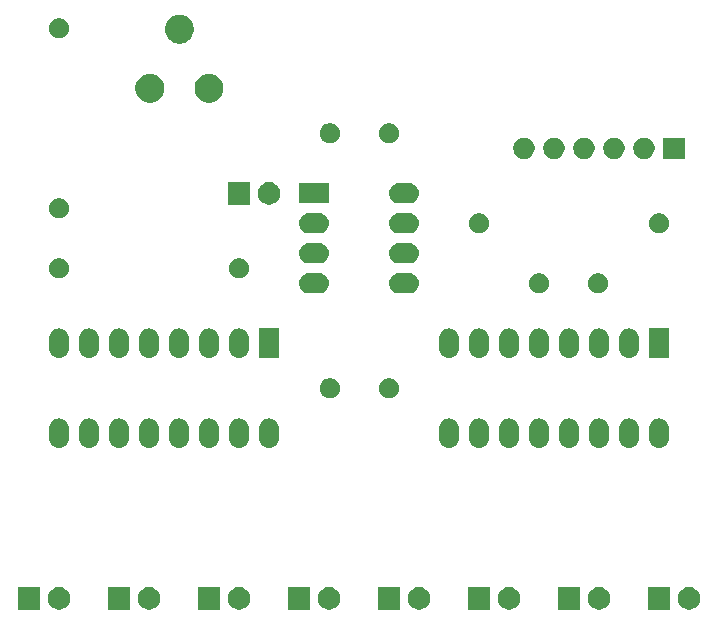
<source format=gbr>
G04 #@! TF.GenerationSoftware,KiCad,Pcbnew,5.1.5*
G04 #@! TF.CreationDate,2020-06-01T19:40:44-04:00*
G04 #@! TF.ProjectId,circuit,63697263-7569-4742-9e6b-696361645f70,rev?*
G04 #@! TF.SameCoordinates,Original*
G04 #@! TF.FileFunction,Soldermask,Bot*
G04 #@! TF.FilePolarity,Negative*
%FSLAX46Y46*%
G04 Gerber Fmt 4.6, Leading zero omitted, Abs format (unit mm)*
G04 Created by KiCad (PCBNEW 5.1.5) date 2020-06-01 19:40:44*
%MOMM*%
%LPD*%
G04 APERTURE LIST*
%ADD10C,0.100000*%
G04 APERTURE END LIST*
D10*
G36*
X143787395Y-117195546D02*
G01*
X143960466Y-117267234D01*
X143960467Y-117267235D01*
X144116227Y-117371310D01*
X144248690Y-117503773D01*
X144248691Y-117503775D01*
X144352766Y-117659534D01*
X144424454Y-117832605D01*
X144461000Y-118016333D01*
X144461000Y-118203667D01*
X144424454Y-118387395D01*
X144352766Y-118560466D01*
X144352765Y-118560467D01*
X144248690Y-118716227D01*
X144116227Y-118848690D01*
X144037818Y-118901081D01*
X143960466Y-118952766D01*
X143787395Y-119024454D01*
X143603667Y-119061000D01*
X143416333Y-119061000D01*
X143232605Y-119024454D01*
X143059534Y-118952766D01*
X142982182Y-118901081D01*
X142903773Y-118848690D01*
X142771310Y-118716227D01*
X142667235Y-118560467D01*
X142667234Y-118560466D01*
X142595546Y-118387395D01*
X142559000Y-118203667D01*
X142559000Y-118016333D01*
X142595546Y-117832605D01*
X142667234Y-117659534D01*
X142771309Y-117503775D01*
X142771310Y-117503773D01*
X142903773Y-117371310D01*
X143059533Y-117267235D01*
X143059534Y-117267234D01*
X143232605Y-117195546D01*
X143416333Y-117159000D01*
X143603667Y-117159000D01*
X143787395Y-117195546D01*
G37*
G36*
X113307395Y-117195546D02*
G01*
X113480466Y-117267234D01*
X113480467Y-117267235D01*
X113636227Y-117371310D01*
X113768690Y-117503773D01*
X113768691Y-117503775D01*
X113872766Y-117659534D01*
X113944454Y-117832605D01*
X113981000Y-118016333D01*
X113981000Y-118203667D01*
X113944454Y-118387395D01*
X113872766Y-118560466D01*
X113872765Y-118560467D01*
X113768690Y-118716227D01*
X113636227Y-118848690D01*
X113557818Y-118901081D01*
X113480466Y-118952766D01*
X113307395Y-119024454D01*
X113123667Y-119061000D01*
X112936333Y-119061000D01*
X112752605Y-119024454D01*
X112579534Y-118952766D01*
X112502182Y-118901081D01*
X112423773Y-118848690D01*
X112291310Y-118716227D01*
X112187235Y-118560467D01*
X112187234Y-118560466D01*
X112115546Y-118387395D01*
X112079000Y-118203667D01*
X112079000Y-118016333D01*
X112115546Y-117832605D01*
X112187234Y-117659534D01*
X112291309Y-117503775D01*
X112291310Y-117503773D01*
X112423773Y-117371310D01*
X112579533Y-117267235D01*
X112579534Y-117267234D01*
X112752605Y-117195546D01*
X112936333Y-117159000D01*
X113123667Y-117159000D01*
X113307395Y-117195546D01*
G37*
G36*
X88581000Y-119061000D02*
G01*
X86679000Y-119061000D01*
X86679000Y-117159000D01*
X88581000Y-117159000D01*
X88581000Y-119061000D01*
G37*
G36*
X90447395Y-117195546D02*
G01*
X90620466Y-117267234D01*
X90620467Y-117267235D01*
X90776227Y-117371310D01*
X90908690Y-117503773D01*
X90908691Y-117503775D01*
X91012766Y-117659534D01*
X91084454Y-117832605D01*
X91121000Y-118016333D01*
X91121000Y-118203667D01*
X91084454Y-118387395D01*
X91012766Y-118560466D01*
X91012765Y-118560467D01*
X90908690Y-118716227D01*
X90776227Y-118848690D01*
X90697818Y-118901081D01*
X90620466Y-118952766D01*
X90447395Y-119024454D01*
X90263667Y-119061000D01*
X90076333Y-119061000D01*
X89892605Y-119024454D01*
X89719534Y-118952766D01*
X89642182Y-118901081D01*
X89563773Y-118848690D01*
X89431310Y-118716227D01*
X89327235Y-118560467D01*
X89327234Y-118560466D01*
X89255546Y-118387395D01*
X89219000Y-118203667D01*
X89219000Y-118016333D01*
X89255546Y-117832605D01*
X89327234Y-117659534D01*
X89431309Y-117503775D01*
X89431310Y-117503773D01*
X89563773Y-117371310D01*
X89719533Y-117267235D01*
X89719534Y-117267234D01*
X89892605Y-117195546D01*
X90076333Y-117159000D01*
X90263667Y-117159000D01*
X90447395Y-117195546D01*
G37*
G36*
X98067395Y-117195546D02*
G01*
X98240466Y-117267234D01*
X98240467Y-117267235D01*
X98396227Y-117371310D01*
X98528690Y-117503773D01*
X98528691Y-117503775D01*
X98632766Y-117659534D01*
X98704454Y-117832605D01*
X98741000Y-118016333D01*
X98741000Y-118203667D01*
X98704454Y-118387395D01*
X98632766Y-118560466D01*
X98632765Y-118560467D01*
X98528690Y-118716227D01*
X98396227Y-118848690D01*
X98317818Y-118901081D01*
X98240466Y-118952766D01*
X98067395Y-119024454D01*
X97883667Y-119061000D01*
X97696333Y-119061000D01*
X97512605Y-119024454D01*
X97339534Y-118952766D01*
X97262182Y-118901081D01*
X97183773Y-118848690D01*
X97051310Y-118716227D01*
X96947235Y-118560467D01*
X96947234Y-118560466D01*
X96875546Y-118387395D01*
X96839000Y-118203667D01*
X96839000Y-118016333D01*
X96875546Y-117832605D01*
X96947234Y-117659534D01*
X97051309Y-117503775D01*
X97051310Y-117503773D01*
X97183773Y-117371310D01*
X97339533Y-117267235D01*
X97339534Y-117267234D01*
X97512605Y-117195546D01*
X97696333Y-117159000D01*
X97883667Y-117159000D01*
X98067395Y-117195546D01*
G37*
G36*
X96201000Y-119061000D02*
G01*
X94299000Y-119061000D01*
X94299000Y-117159000D01*
X96201000Y-117159000D01*
X96201000Y-119061000D01*
G37*
G36*
X105687395Y-117195546D02*
G01*
X105860466Y-117267234D01*
X105860467Y-117267235D01*
X106016227Y-117371310D01*
X106148690Y-117503773D01*
X106148691Y-117503775D01*
X106252766Y-117659534D01*
X106324454Y-117832605D01*
X106361000Y-118016333D01*
X106361000Y-118203667D01*
X106324454Y-118387395D01*
X106252766Y-118560466D01*
X106252765Y-118560467D01*
X106148690Y-118716227D01*
X106016227Y-118848690D01*
X105937818Y-118901081D01*
X105860466Y-118952766D01*
X105687395Y-119024454D01*
X105503667Y-119061000D01*
X105316333Y-119061000D01*
X105132605Y-119024454D01*
X104959534Y-118952766D01*
X104882182Y-118901081D01*
X104803773Y-118848690D01*
X104671310Y-118716227D01*
X104567235Y-118560467D01*
X104567234Y-118560466D01*
X104495546Y-118387395D01*
X104459000Y-118203667D01*
X104459000Y-118016333D01*
X104495546Y-117832605D01*
X104567234Y-117659534D01*
X104671309Y-117503775D01*
X104671310Y-117503773D01*
X104803773Y-117371310D01*
X104959533Y-117267235D01*
X104959534Y-117267234D01*
X105132605Y-117195546D01*
X105316333Y-117159000D01*
X105503667Y-117159000D01*
X105687395Y-117195546D01*
G37*
G36*
X103821000Y-119061000D02*
G01*
X101919000Y-119061000D01*
X101919000Y-117159000D01*
X103821000Y-117159000D01*
X103821000Y-119061000D01*
G37*
G36*
X111441000Y-119061000D02*
G01*
X109539000Y-119061000D01*
X109539000Y-117159000D01*
X111441000Y-117159000D01*
X111441000Y-119061000D01*
G37*
G36*
X119061000Y-119061000D02*
G01*
X117159000Y-119061000D01*
X117159000Y-117159000D01*
X119061000Y-117159000D01*
X119061000Y-119061000D01*
G37*
G36*
X120927395Y-117195546D02*
G01*
X121100466Y-117267234D01*
X121100467Y-117267235D01*
X121256227Y-117371310D01*
X121388690Y-117503773D01*
X121388691Y-117503775D01*
X121492766Y-117659534D01*
X121564454Y-117832605D01*
X121601000Y-118016333D01*
X121601000Y-118203667D01*
X121564454Y-118387395D01*
X121492766Y-118560466D01*
X121492765Y-118560467D01*
X121388690Y-118716227D01*
X121256227Y-118848690D01*
X121177818Y-118901081D01*
X121100466Y-118952766D01*
X120927395Y-119024454D01*
X120743667Y-119061000D01*
X120556333Y-119061000D01*
X120372605Y-119024454D01*
X120199534Y-118952766D01*
X120122182Y-118901081D01*
X120043773Y-118848690D01*
X119911310Y-118716227D01*
X119807235Y-118560467D01*
X119807234Y-118560466D01*
X119735546Y-118387395D01*
X119699000Y-118203667D01*
X119699000Y-118016333D01*
X119735546Y-117832605D01*
X119807234Y-117659534D01*
X119911309Y-117503775D01*
X119911310Y-117503773D01*
X120043773Y-117371310D01*
X120199533Y-117267235D01*
X120199534Y-117267234D01*
X120372605Y-117195546D01*
X120556333Y-117159000D01*
X120743667Y-117159000D01*
X120927395Y-117195546D01*
G37*
G36*
X128547395Y-117195546D02*
G01*
X128720466Y-117267234D01*
X128720467Y-117267235D01*
X128876227Y-117371310D01*
X129008690Y-117503773D01*
X129008691Y-117503775D01*
X129112766Y-117659534D01*
X129184454Y-117832605D01*
X129221000Y-118016333D01*
X129221000Y-118203667D01*
X129184454Y-118387395D01*
X129112766Y-118560466D01*
X129112765Y-118560467D01*
X129008690Y-118716227D01*
X128876227Y-118848690D01*
X128797818Y-118901081D01*
X128720466Y-118952766D01*
X128547395Y-119024454D01*
X128363667Y-119061000D01*
X128176333Y-119061000D01*
X127992605Y-119024454D01*
X127819534Y-118952766D01*
X127742182Y-118901081D01*
X127663773Y-118848690D01*
X127531310Y-118716227D01*
X127427235Y-118560467D01*
X127427234Y-118560466D01*
X127355546Y-118387395D01*
X127319000Y-118203667D01*
X127319000Y-118016333D01*
X127355546Y-117832605D01*
X127427234Y-117659534D01*
X127531309Y-117503775D01*
X127531310Y-117503773D01*
X127663773Y-117371310D01*
X127819533Y-117267235D01*
X127819534Y-117267234D01*
X127992605Y-117195546D01*
X128176333Y-117159000D01*
X128363667Y-117159000D01*
X128547395Y-117195546D01*
G37*
G36*
X126681000Y-119061000D02*
G01*
X124779000Y-119061000D01*
X124779000Y-117159000D01*
X126681000Y-117159000D01*
X126681000Y-119061000D01*
G37*
G36*
X136167395Y-117195546D02*
G01*
X136340466Y-117267234D01*
X136340467Y-117267235D01*
X136496227Y-117371310D01*
X136628690Y-117503773D01*
X136628691Y-117503775D01*
X136732766Y-117659534D01*
X136804454Y-117832605D01*
X136841000Y-118016333D01*
X136841000Y-118203667D01*
X136804454Y-118387395D01*
X136732766Y-118560466D01*
X136732765Y-118560467D01*
X136628690Y-118716227D01*
X136496227Y-118848690D01*
X136417818Y-118901081D01*
X136340466Y-118952766D01*
X136167395Y-119024454D01*
X135983667Y-119061000D01*
X135796333Y-119061000D01*
X135612605Y-119024454D01*
X135439534Y-118952766D01*
X135362182Y-118901081D01*
X135283773Y-118848690D01*
X135151310Y-118716227D01*
X135047235Y-118560467D01*
X135047234Y-118560466D01*
X134975546Y-118387395D01*
X134939000Y-118203667D01*
X134939000Y-118016333D01*
X134975546Y-117832605D01*
X135047234Y-117659534D01*
X135151309Y-117503775D01*
X135151310Y-117503773D01*
X135283773Y-117371310D01*
X135439533Y-117267235D01*
X135439534Y-117267234D01*
X135612605Y-117195546D01*
X135796333Y-117159000D01*
X135983667Y-117159000D01*
X136167395Y-117195546D01*
G37*
G36*
X134301000Y-119061000D02*
G01*
X132399000Y-119061000D01*
X132399000Y-117159000D01*
X134301000Y-117159000D01*
X134301000Y-119061000D01*
G37*
G36*
X141921000Y-119061000D02*
G01*
X140019000Y-119061000D01*
X140019000Y-117159000D01*
X141921000Y-117159000D01*
X141921000Y-119061000D01*
G37*
G36*
X105576823Y-102901313D02*
G01*
X105737242Y-102949976D01*
X105869906Y-103020886D01*
X105885078Y-103028996D01*
X106014659Y-103135341D01*
X106121004Y-103264922D01*
X106121005Y-103264924D01*
X106200024Y-103412758D01*
X106248687Y-103573178D01*
X106261000Y-103698197D01*
X106261000Y-104581804D01*
X106248687Y-104706823D01*
X106200024Y-104867242D01*
X106129114Y-104999906D01*
X106121004Y-105015078D01*
X106014659Y-105144659D01*
X105885077Y-105251005D01*
X105737241Y-105330024D01*
X105576822Y-105378687D01*
X105410000Y-105395117D01*
X105243177Y-105378687D01*
X105082758Y-105330024D01*
X104934924Y-105251005D01*
X104934922Y-105251004D01*
X104805341Y-105144659D01*
X104698995Y-105015077D01*
X104619976Y-104867241D01*
X104571313Y-104706822D01*
X104559000Y-104581803D01*
X104559000Y-103698197D01*
X104571314Y-103573177D01*
X104619977Y-103412758D01*
X104698996Y-103264924D01*
X104698997Y-103264922D01*
X104805342Y-103135341D01*
X104934923Y-103028996D01*
X104950095Y-103020886D01*
X105082759Y-102949976D01*
X105243178Y-102901313D01*
X105410000Y-102884883D01*
X105576823Y-102901313D01*
G37*
G36*
X141136823Y-102901313D02*
G01*
X141297242Y-102949976D01*
X141429906Y-103020886D01*
X141445078Y-103028996D01*
X141574659Y-103135341D01*
X141681004Y-103264922D01*
X141681005Y-103264924D01*
X141760024Y-103412758D01*
X141808687Y-103573178D01*
X141821000Y-103698197D01*
X141821000Y-104581804D01*
X141808687Y-104706823D01*
X141760024Y-104867242D01*
X141689114Y-104999906D01*
X141681004Y-105015078D01*
X141574659Y-105144659D01*
X141445077Y-105251005D01*
X141297241Y-105330024D01*
X141136822Y-105378687D01*
X140970000Y-105395117D01*
X140803177Y-105378687D01*
X140642758Y-105330024D01*
X140494924Y-105251005D01*
X140494922Y-105251004D01*
X140365341Y-105144659D01*
X140258995Y-105015077D01*
X140179976Y-104867241D01*
X140131313Y-104706822D01*
X140119000Y-104581803D01*
X140119000Y-103698197D01*
X140131314Y-103573177D01*
X140179977Y-103412758D01*
X140258996Y-103264924D01*
X140258997Y-103264922D01*
X140365342Y-103135341D01*
X140494923Y-103028996D01*
X140510095Y-103020886D01*
X140642759Y-102949976D01*
X140803178Y-102901313D01*
X140970000Y-102884883D01*
X141136823Y-102901313D01*
G37*
G36*
X138596823Y-102901313D02*
G01*
X138757242Y-102949976D01*
X138889906Y-103020886D01*
X138905078Y-103028996D01*
X139034659Y-103135341D01*
X139141004Y-103264922D01*
X139141005Y-103264924D01*
X139220024Y-103412758D01*
X139268687Y-103573178D01*
X139281000Y-103698197D01*
X139281000Y-104581804D01*
X139268687Y-104706823D01*
X139220024Y-104867242D01*
X139149114Y-104999906D01*
X139141004Y-105015078D01*
X139034659Y-105144659D01*
X138905077Y-105251005D01*
X138757241Y-105330024D01*
X138596822Y-105378687D01*
X138430000Y-105395117D01*
X138263177Y-105378687D01*
X138102758Y-105330024D01*
X137954924Y-105251005D01*
X137954922Y-105251004D01*
X137825341Y-105144659D01*
X137718995Y-105015077D01*
X137639976Y-104867241D01*
X137591313Y-104706822D01*
X137579000Y-104581803D01*
X137579000Y-103698197D01*
X137591314Y-103573177D01*
X137639977Y-103412758D01*
X137718996Y-103264924D01*
X137718997Y-103264922D01*
X137825342Y-103135341D01*
X137954923Y-103028996D01*
X137970095Y-103020886D01*
X138102759Y-102949976D01*
X138263178Y-102901313D01*
X138430000Y-102884883D01*
X138596823Y-102901313D01*
G37*
G36*
X136056823Y-102901313D02*
G01*
X136217242Y-102949976D01*
X136349906Y-103020886D01*
X136365078Y-103028996D01*
X136494659Y-103135341D01*
X136601004Y-103264922D01*
X136601005Y-103264924D01*
X136680024Y-103412758D01*
X136728687Y-103573178D01*
X136741000Y-103698197D01*
X136741000Y-104581804D01*
X136728687Y-104706823D01*
X136680024Y-104867242D01*
X136609114Y-104999906D01*
X136601004Y-105015078D01*
X136494659Y-105144659D01*
X136365077Y-105251005D01*
X136217241Y-105330024D01*
X136056822Y-105378687D01*
X135890000Y-105395117D01*
X135723177Y-105378687D01*
X135562758Y-105330024D01*
X135414924Y-105251005D01*
X135414922Y-105251004D01*
X135285341Y-105144659D01*
X135178995Y-105015077D01*
X135099976Y-104867241D01*
X135051313Y-104706822D01*
X135039000Y-104581803D01*
X135039000Y-103698197D01*
X135051314Y-103573177D01*
X135099977Y-103412758D01*
X135178996Y-103264924D01*
X135178997Y-103264922D01*
X135285342Y-103135341D01*
X135414923Y-103028996D01*
X135430095Y-103020886D01*
X135562759Y-102949976D01*
X135723178Y-102901313D01*
X135890000Y-102884883D01*
X136056823Y-102901313D01*
G37*
G36*
X133516823Y-102901313D02*
G01*
X133677242Y-102949976D01*
X133809906Y-103020886D01*
X133825078Y-103028996D01*
X133954659Y-103135341D01*
X134061004Y-103264922D01*
X134061005Y-103264924D01*
X134140024Y-103412758D01*
X134188687Y-103573178D01*
X134201000Y-103698197D01*
X134201000Y-104581804D01*
X134188687Y-104706823D01*
X134140024Y-104867242D01*
X134069114Y-104999906D01*
X134061004Y-105015078D01*
X133954659Y-105144659D01*
X133825077Y-105251005D01*
X133677241Y-105330024D01*
X133516822Y-105378687D01*
X133350000Y-105395117D01*
X133183177Y-105378687D01*
X133022758Y-105330024D01*
X132874924Y-105251005D01*
X132874922Y-105251004D01*
X132745341Y-105144659D01*
X132638995Y-105015077D01*
X132559976Y-104867241D01*
X132511313Y-104706822D01*
X132499000Y-104581803D01*
X132499000Y-103698197D01*
X132511314Y-103573177D01*
X132559977Y-103412758D01*
X132638996Y-103264924D01*
X132638997Y-103264922D01*
X132745342Y-103135341D01*
X132874923Y-103028996D01*
X132890095Y-103020886D01*
X133022759Y-102949976D01*
X133183178Y-102901313D01*
X133350000Y-102884883D01*
X133516823Y-102901313D01*
G37*
G36*
X130976823Y-102901313D02*
G01*
X131137242Y-102949976D01*
X131269906Y-103020886D01*
X131285078Y-103028996D01*
X131414659Y-103135341D01*
X131521004Y-103264922D01*
X131521005Y-103264924D01*
X131600024Y-103412758D01*
X131648687Y-103573178D01*
X131661000Y-103698197D01*
X131661000Y-104581804D01*
X131648687Y-104706823D01*
X131600024Y-104867242D01*
X131529114Y-104999906D01*
X131521004Y-105015078D01*
X131414659Y-105144659D01*
X131285077Y-105251005D01*
X131137241Y-105330024D01*
X130976822Y-105378687D01*
X130810000Y-105395117D01*
X130643177Y-105378687D01*
X130482758Y-105330024D01*
X130334924Y-105251005D01*
X130334922Y-105251004D01*
X130205341Y-105144659D01*
X130098995Y-105015077D01*
X130019976Y-104867241D01*
X129971313Y-104706822D01*
X129959000Y-104581803D01*
X129959000Y-103698197D01*
X129971314Y-103573177D01*
X130019977Y-103412758D01*
X130098996Y-103264924D01*
X130098997Y-103264922D01*
X130205342Y-103135341D01*
X130334923Y-103028996D01*
X130350095Y-103020886D01*
X130482759Y-102949976D01*
X130643178Y-102901313D01*
X130810000Y-102884883D01*
X130976823Y-102901313D01*
G37*
G36*
X128436823Y-102901313D02*
G01*
X128597242Y-102949976D01*
X128729906Y-103020886D01*
X128745078Y-103028996D01*
X128874659Y-103135341D01*
X128981004Y-103264922D01*
X128981005Y-103264924D01*
X129060024Y-103412758D01*
X129108687Y-103573178D01*
X129121000Y-103698197D01*
X129121000Y-104581804D01*
X129108687Y-104706823D01*
X129060024Y-104867242D01*
X128989114Y-104999906D01*
X128981004Y-105015078D01*
X128874659Y-105144659D01*
X128745077Y-105251005D01*
X128597241Y-105330024D01*
X128436822Y-105378687D01*
X128270000Y-105395117D01*
X128103177Y-105378687D01*
X127942758Y-105330024D01*
X127794924Y-105251005D01*
X127794922Y-105251004D01*
X127665341Y-105144659D01*
X127558995Y-105015077D01*
X127479976Y-104867241D01*
X127431313Y-104706822D01*
X127419000Y-104581803D01*
X127419000Y-103698197D01*
X127431314Y-103573177D01*
X127479977Y-103412758D01*
X127558996Y-103264924D01*
X127558997Y-103264922D01*
X127665342Y-103135341D01*
X127794923Y-103028996D01*
X127810095Y-103020886D01*
X127942759Y-102949976D01*
X128103178Y-102901313D01*
X128270000Y-102884883D01*
X128436823Y-102901313D01*
G37*
G36*
X125896823Y-102901313D02*
G01*
X126057242Y-102949976D01*
X126189906Y-103020886D01*
X126205078Y-103028996D01*
X126334659Y-103135341D01*
X126441004Y-103264922D01*
X126441005Y-103264924D01*
X126520024Y-103412758D01*
X126568687Y-103573178D01*
X126581000Y-103698197D01*
X126581000Y-104581804D01*
X126568687Y-104706823D01*
X126520024Y-104867242D01*
X126449114Y-104999906D01*
X126441004Y-105015078D01*
X126334659Y-105144659D01*
X126205077Y-105251005D01*
X126057241Y-105330024D01*
X125896822Y-105378687D01*
X125730000Y-105395117D01*
X125563177Y-105378687D01*
X125402758Y-105330024D01*
X125254924Y-105251005D01*
X125254922Y-105251004D01*
X125125341Y-105144659D01*
X125018995Y-105015077D01*
X124939976Y-104867241D01*
X124891313Y-104706822D01*
X124879000Y-104581803D01*
X124879000Y-103698197D01*
X124891314Y-103573177D01*
X124939977Y-103412758D01*
X125018996Y-103264924D01*
X125018997Y-103264922D01*
X125125342Y-103135341D01*
X125254923Y-103028996D01*
X125270095Y-103020886D01*
X125402759Y-102949976D01*
X125563178Y-102901313D01*
X125730000Y-102884883D01*
X125896823Y-102901313D01*
G37*
G36*
X95416823Y-102901313D02*
G01*
X95577242Y-102949976D01*
X95709906Y-103020886D01*
X95725078Y-103028996D01*
X95854659Y-103135341D01*
X95961004Y-103264922D01*
X95961005Y-103264924D01*
X96040024Y-103412758D01*
X96088687Y-103573178D01*
X96101000Y-103698197D01*
X96101000Y-104581804D01*
X96088687Y-104706823D01*
X96040024Y-104867242D01*
X95969114Y-104999906D01*
X95961004Y-105015078D01*
X95854659Y-105144659D01*
X95725077Y-105251005D01*
X95577241Y-105330024D01*
X95416822Y-105378687D01*
X95250000Y-105395117D01*
X95083177Y-105378687D01*
X94922758Y-105330024D01*
X94774924Y-105251005D01*
X94774922Y-105251004D01*
X94645341Y-105144659D01*
X94538995Y-105015077D01*
X94459976Y-104867241D01*
X94411313Y-104706822D01*
X94399000Y-104581803D01*
X94399000Y-103698197D01*
X94411314Y-103573177D01*
X94459977Y-103412758D01*
X94538996Y-103264924D01*
X94538997Y-103264922D01*
X94645342Y-103135341D01*
X94774923Y-103028996D01*
X94790095Y-103020886D01*
X94922759Y-102949976D01*
X95083178Y-102901313D01*
X95250000Y-102884883D01*
X95416823Y-102901313D01*
G37*
G36*
X100496823Y-102901313D02*
G01*
X100657242Y-102949976D01*
X100789906Y-103020886D01*
X100805078Y-103028996D01*
X100934659Y-103135341D01*
X101041004Y-103264922D01*
X101041005Y-103264924D01*
X101120024Y-103412758D01*
X101168687Y-103573178D01*
X101181000Y-103698197D01*
X101181000Y-104581804D01*
X101168687Y-104706823D01*
X101120024Y-104867242D01*
X101049114Y-104999906D01*
X101041004Y-105015078D01*
X100934659Y-105144659D01*
X100805077Y-105251005D01*
X100657241Y-105330024D01*
X100496822Y-105378687D01*
X100330000Y-105395117D01*
X100163177Y-105378687D01*
X100002758Y-105330024D01*
X99854924Y-105251005D01*
X99854922Y-105251004D01*
X99725341Y-105144659D01*
X99618995Y-105015077D01*
X99539976Y-104867241D01*
X99491313Y-104706822D01*
X99479000Y-104581803D01*
X99479000Y-103698197D01*
X99491314Y-103573177D01*
X99539977Y-103412758D01*
X99618996Y-103264924D01*
X99618997Y-103264922D01*
X99725342Y-103135341D01*
X99854923Y-103028996D01*
X99870095Y-103020886D01*
X100002759Y-102949976D01*
X100163178Y-102901313D01*
X100330000Y-102884883D01*
X100496823Y-102901313D01*
G37*
G36*
X103036823Y-102901313D02*
G01*
X103197242Y-102949976D01*
X103329906Y-103020886D01*
X103345078Y-103028996D01*
X103474659Y-103135341D01*
X103581004Y-103264922D01*
X103581005Y-103264924D01*
X103660024Y-103412758D01*
X103708687Y-103573178D01*
X103721000Y-103698197D01*
X103721000Y-104581804D01*
X103708687Y-104706823D01*
X103660024Y-104867242D01*
X103589114Y-104999906D01*
X103581004Y-105015078D01*
X103474659Y-105144659D01*
X103345077Y-105251005D01*
X103197241Y-105330024D01*
X103036822Y-105378687D01*
X102870000Y-105395117D01*
X102703177Y-105378687D01*
X102542758Y-105330024D01*
X102394924Y-105251005D01*
X102394922Y-105251004D01*
X102265341Y-105144659D01*
X102158995Y-105015077D01*
X102079976Y-104867241D01*
X102031313Y-104706822D01*
X102019000Y-104581803D01*
X102019000Y-103698197D01*
X102031314Y-103573177D01*
X102079977Y-103412758D01*
X102158996Y-103264924D01*
X102158997Y-103264922D01*
X102265342Y-103135341D01*
X102394923Y-103028996D01*
X102410095Y-103020886D01*
X102542759Y-102949976D01*
X102703178Y-102901313D01*
X102870000Y-102884883D01*
X103036823Y-102901313D01*
G37*
G36*
X97956823Y-102901313D02*
G01*
X98117242Y-102949976D01*
X98249906Y-103020886D01*
X98265078Y-103028996D01*
X98394659Y-103135341D01*
X98501004Y-103264922D01*
X98501005Y-103264924D01*
X98580024Y-103412758D01*
X98628687Y-103573178D01*
X98641000Y-103698197D01*
X98641000Y-104581804D01*
X98628687Y-104706823D01*
X98580024Y-104867242D01*
X98509114Y-104999906D01*
X98501004Y-105015078D01*
X98394659Y-105144659D01*
X98265077Y-105251005D01*
X98117241Y-105330024D01*
X97956822Y-105378687D01*
X97790000Y-105395117D01*
X97623177Y-105378687D01*
X97462758Y-105330024D01*
X97314924Y-105251005D01*
X97314922Y-105251004D01*
X97185341Y-105144659D01*
X97078995Y-105015077D01*
X96999976Y-104867241D01*
X96951313Y-104706822D01*
X96939000Y-104581803D01*
X96939000Y-103698197D01*
X96951314Y-103573177D01*
X96999977Y-103412758D01*
X97078996Y-103264924D01*
X97078997Y-103264922D01*
X97185342Y-103135341D01*
X97314923Y-103028996D01*
X97330095Y-103020886D01*
X97462759Y-102949976D01*
X97623178Y-102901313D01*
X97790000Y-102884883D01*
X97956823Y-102901313D01*
G37*
G36*
X108116823Y-102901313D02*
G01*
X108277242Y-102949976D01*
X108409906Y-103020886D01*
X108425078Y-103028996D01*
X108554659Y-103135341D01*
X108661004Y-103264922D01*
X108661005Y-103264924D01*
X108740024Y-103412758D01*
X108788687Y-103573178D01*
X108801000Y-103698197D01*
X108801000Y-104581804D01*
X108788687Y-104706823D01*
X108740024Y-104867242D01*
X108669114Y-104999906D01*
X108661004Y-105015078D01*
X108554659Y-105144659D01*
X108425077Y-105251005D01*
X108277241Y-105330024D01*
X108116822Y-105378687D01*
X107950000Y-105395117D01*
X107783177Y-105378687D01*
X107622758Y-105330024D01*
X107474924Y-105251005D01*
X107474922Y-105251004D01*
X107345341Y-105144659D01*
X107238995Y-105015077D01*
X107159976Y-104867241D01*
X107111313Y-104706822D01*
X107099000Y-104581803D01*
X107099000Y-103698197D01*
X107111314Y-103573177D01*
X107159977Y-103412758D01*
X107238996Y-103264924D01*
X107238997Y-103264922D01*
X107345342Y-103135341D01*
X107474923Y-103028996D01*
X107490095Y-103020886D01*
X107622759Y-102949976D01*
X107783178Y-102901313D01*
X107950000Y-102884883D01*
X108116823Y-102901313D01*
G37*
G36*
X92876823Y-102901313D02*
G01*
X93037242Y-102949976D01*
X93169906Y-103020886D01*
X93185078Y-103028996D01*
X93314659Y-103135341D01*
X93421004Y-103264922D01*
X93421005Y-103264924D01*
X93500024Y-103412758D01*
X93548687Y-103573178D01*
X93561000Y-103698197D01*
X93561000Y-104581804D01*
X93548687Y-104706823D01*
X93500024Y-104867242D01*
X93429114Y-104999906D01*
X93421004Y-105015078D01*
X93314659Y-105144659D01*
X93185077Y-105251005D01*
X93037241Y-105330024D01*
X92876822Y-105378687D01*
X92710000Y-105395117D01*
X92543177Y-105378687D01*
X92382758Y-105330024D01*
X92234924Y-105251005D01*
X92234922Y-105251004D01*
X92105341Y-105144659D01*
X91998995Y-105015077D01*
X91919976Y-104867241D01*
X91871313Y-104706822D01*
X91859000Y-104581803D01*
X91859000Y-103698197D01*
X91871314Y-103573177D01*
X91919977Y-103412758D01*
X91998996Y-103264924D01*
X91998997Y-103264922D01*
X92105342Y-103135341D01*
X92234923Y-103028996D01*
X92250095Y-103020886D01*
X92382759Y-102949976D01*
X92543178Y-102901313D01*
X92710000Y-102884883D01*
X92876823Y-102901313D01*
G37*
G36*
X90336823Y-102901313D02*
G01*
X90497242Y-102949976D01*
X90629906Y-103020886D01*
X90645078Y-103028996D01*
X90774659Y-103135341D01*
X90881004Y-103264922D01*
X90881005Y-103264924D01*
X90960024Y-103412758D01*
X91008687Y-103573178D01*
X91021000Y-103698197D01*
X91021000Y-104581804D01*
X91008687Y-104706823D01*
X90960024Y-104867242D01*
X90889114Y-104999906D01*
X90881004Y-105015078D01*
X90774659Y-105144659D01*
X90645077Y-105251005D01*
X90497241Y-105330024D01*
X90336822Y-105378687D01*
X90170000Y-105395117D01*
X90003177Y-105378687D01*
X89842758Y-105330024D01*
X89694924Y-105251005D01*
X89694922Y-105251004D01*
X89565341Y-105144659D01*
X89458995Y-105015077D01*
X89379976Y-104867241D01*
X89331313Y-104706822D01*
X89319000Y-104581803D01*
X89319000Y-103698197D01*
X89331314Y-103573177D01*
X89379977Y-103412758D01*
X89458996Y-103264924D01*
X89458997Y-103264922D01*
X89565342Y-103135341D01*
X89694923Y-103028996D01*
X89710095Y-103020886D01*
X89842759Y-102949976D01*
X90003178Y-102901313D01*
X90170000Y-102884883D01*
X90336823Y-102901313D01*
G37*
G36*
X123356823Y-102901313D02*
G01*
X123517242Y-102949976D01*
X123649906Y-103020886D01*
X123665078Y-103028996D01*
X123794659Y-103135341D01*
X123901004Y-103264922D01*
X123901005Y-103264924D01*
X123980024Y-103412758D01*
X124028687Y-103573178D01*
X124041000Y-103698197D01*
X124041000Y-104581804D01*
X124028687Y-104706823D01*
X123980024Y-104867242D01*
X123909114Y-104999906D01*
X123901004Y-105015078D01*
X123794659Y-105144659D01*
X123665077Y-105251005D01*
X123517241Y-105330024D01*
X123356822Y-105378687D01*
X123190000Y-105395117D01*
X123023177Y-105378687D01*
X122862758Y-105330024D01*
X122714924Y-105251005D01*
X122714922Y-105251004D01*
X122585341Y-105144659D01*
X122478995Y-105015077D01*
X122399976Y-104867241D01*
X122351313Y-104706822D01*
X122339000Y-104581803D01*
X122339000Y-103698197D01*
X122351314Y-103573177D01*
X122399977Y-103412758D01*
X122478996Y-103264924D01*
X122478997Y-103264922D01*
X122585342Y-103135341D01*
X122714923Y-103028996D01*
X122730095Y-103020886D01*
X122862759Y-102949976D01*
X123023178Y-102901313D01*
X123190000Y-102884883D01*
X123356823Y-102901313D01*
G37*
G36*
X113358228Y-99511703D02*
G01*
X113513100Y-99575853D01*
X113652481Y-99668985D01*
X113771015Y-99787519D01*
X113864147Y-99926900D01*
X113928297Y-100081772D01*
X113961000Y-100246184D01*
X113961000Y-100413816D01*
X113928297Y-100578228D01*
X113864147Y-100733100D01*
X113771015Y-100872481D01*
X113652481Y-100991015D01*
X113513100Y-101084147D01*
X113358228Y-101148297D01*
X113193816Y-101181000D01*
X113026184Y-101181000D01*
X112861772Y-101148297D01*
X112706900Y-101084147D01*
X112567519Y-100991015D01*
X112448985Y-100872481D01*
X112355853Y-100733100D01*
X112291703Y-100578228D01*
X112259000Y-100413816D01*
X112259000Y-100246184D01*
X112291703Y-100081772D01*
X112355853Y-99926900D01*
X112448985Y-99787519D01*
X112567519Y-99668985D01*
X112706900Y-99575853D01*
X112861772Y-99511703D01*
X113026184Y-99479000D01*
X113193816Y-99479000D01*
X113358228Y-99511703D01*
G37*
G36*
X118358228Y-99511703D02*
G01*
X118513100Y-99575853D01*
X118652481Y-99668985D01*
X118771015Y-99787519D01*
X118864147Y-99926900D01*
X118928297Y-100081772D01*
X118961000Y-100246184D01*
X118961000Y-100413816D01*
X118928297Y-100578228D01*
X118864147Y-100733100D01*
X118771015Y-100872481D01*
X118652481Y-100991015D01*
X118513100Y-101084147D01*
X118358228Y-101148297D01*
X118193816Y-101181000D01*
X118026184Y-101181000D01*
X117861772Y-101148297D01*
X117706900Y-101084147D01*
X117567519Y-100991015D01*
X117448985Y-100872481D01*
X117355853Y-100733100D01*
X117291703Y-100578228D01*
X117259000Y-100413816D01*
X117259000Y-100246184D01*
X117291703Y-100081772D01*
X117355853Y-99926900D01*
X117448985Y-99787519D01*
X117567519Y-99668985D01*
X117706900Y-99575853D01*
X117861772Y-99511703D01*
X118026184Y-99479000D01*
X118193816Y-99479000D01*
X118358228Y-99511703D01*
G37*
G36*
X105576823Y-95281313D02*
G01*
X105737242Y-95329976D01*
X105869906Y-95400886D01*
X105885078Y-95408996D01*
X106014659Y-95515341D01*
X106121004Y-95644922D01*
X106121005Y-95644924D01*
X106200024Y-95792758D01*
X106248687Y-95953178D01*
X106261000Y-96078197D01*
X106261000Y-96961804D01*
X106248687Y-97086823D01*
X106200024Y-97247242D01*
X106129114Y-97379906D01*
X106121004Y-97395078D01*
X106014659Y-97524659D01*
X105885077Y-97631005D01*
X105737241Y-97710024D01*
X105576822Y-97758687D01*
X105410000Y-97775117D01*
X105243177Y-97758687D01*
X105082758Y-97710024D01*
X104934924Y-97631005D01*
X104934922Y-97631004D01*
X104805341Y-97524659D01*
X104698995Y-97395077D01*
X104619976Y-97247241D01*
X104571313Y-97086822D01*
X104559000Y-96961803D01*
X104559000Y-96078197D01*
X104571314Y-95953177D01*
X104619977Y-95792758D01*
X104698996Y-95644924D01*
X104698997Y-95644922D01*
X104805342Y-95515341D01*
X104934923Y-95408996D01*
X104950095Y-95400886D01*
X105082759Y-95329976D01*
X105243178Y-95281313D01*
X105410000Y-95264883D01*
X105576823Y-95281313D01*
G37*
G36*
X123356823Y-95281313D02*
G01*
X123517242Y-95329976D01*
X123649906Y-95400886D01*
X123665078Y-95408996D01*
X123794659Y-95515341D01*
X123901004Y-95644922D01*
X123901005Y-95644924D01*
X123980024Y-95792758D01*
X124028687Y-95953178D01*
X124041000Y-96078197D01*
X124041000Y-96961804D01*
X124028687Y-97086823D01*
X123980024Y-97247242D01*
X123909114Y-97379906D01*
X123901004Y-97395078D01*
X123794659Y-97524659D01*
X123665077Y-97631005D01*
X123517241Y-97710024D01*
X123356822Y-97758687D01*
X123190000Y-97775117D01*
X123023177Y-97758687D01*
X122862758Y-97710024D01*
X122714924Y-97631005D01*
X122714922Y-97631004D01*
X122585341Y-97524659D01*
X122478995Y-97395077D01*
X122399976Y-97247241D01*
X122351313Y-97086822D01*
X122339000Y-96961803D01*
X122339000Y-96078197D01*
X122351314Y-95953177D01*
X122399977Y-95792758D01*
X122478996Y-95644924D01*
X122478997Y-95644922D01*
X122585342Y-95515341D01*
X122714923Y-95408996D01*
X122730095Y-95400886D01*
X122862759Y-95329976D01*
X123023178Y-95281313D01*
X123190000Y-95264883D01*
X123356823Y-95281313D01*
G37*
G36*
X138596823Y-95281313D02*
G01*
X138757242Y-95329976D01*
X138889906Y-95400886D01*
X138905078Y-95408996D01*
X139034659Y-95515341D01*
X139141004Y-95644922D01*
X139141005Y-95644924D01*
X139220024Y-95792758D01*
X139268687Y-95953178D01*
X139281000Y-96078197D01*
X139281000Y-96961804D01*
X139268687Y-97086823D01*
X139220024Y-97247242D01*
X139149114Y-97379906D01*
X139141004Y-97395078D01*
X139034659Y-97524659D01*
X138905077Y-97631005D01*
X138757241Y-97710024D01*
X138596822Y-97758687D01*
X138430000Y-97775117D01*
X138263177Y-97758687D01*
X138102758Y-97710024D01*
X137954924Y-97631005D01*
X137954922Y-97631004D01*
X137825341Y-97524659D01*
X137718995Y-97395077D01*
X137639976Y-97247241D01*
X137591313Y-97086822D01*
X137579000Y-96961803D01*
X137579000Y-96078197D01*
X137591314Y-95953177D01*
X137639977Y-95792758D01*
X137718996Y-95644924D01*
X137718997Y-95644922D01*
X137825342Y-95515341D01*
X137954923Y-95408996D01*
X137970095Y-95400886D01*
X138102759Y-95329976D01*
X138263178Y-95281313D01*
X138430000Y-95264883D01*
X138596823Y-95281313D01*
G37*
G36*
X90336823Y-95281313D02*
G01*
X90497242Y-95329976D01*
X90629906Y-95400886D01*
X90645078Y-95408996D01*
X90774659Y-95515341D01*
X90881004Y-95644922D01*
X90881005Y-95644924D01*
X90960024Y-95792758D01*
X91008687Y-95953178D01*
X91021000Y-96078197D01*
X91021000Y-96961804D01*
X91008687Y-97086823D01*
X90960024Y-97247242D01*
X90889114Y-97379906D01*
X90881004Y-97395078D01*
X90774659Y-97524659D01*
X90645077Y-97631005D01*
X90497241Y-97710024D01*
X90336822Y-97758687D01*
X90170000Y-97775117D01*
X90003177Y-97758687D01*
X89842758Y-97710024D01*
X89694924Y-97631005D01*
X89694922Y-97631004D01*
X89565341Y-97524659D01*
X89458995Y-97395077D01*
X89379976Y-97247241D01*
X89331313Y-97086822D01*
X89319000Y-96961803D01*
X89319000Y-96078197D01*
X89331314Y-95953177D01*
X89379977Y-95792758D01*
X89458996Y-95644924D01*
X89458997Y-95644922D01*
X89565342Y-95515341D01*
X89694923Y-95408996D01*
X89710095Y-95400886D01*
X89842759Y-95329976D01*
X90003178Y-95281313D01*
X90170000Y-95264883D01*
X90336823Y-95281313D01*
G37*
G36*
X136056823Y-95281313D02*
G01*
X136217242Y-95329976D01*
X136349906Y-95400886D01*
X136365078Y-95408996D01*
X136494659Y-95515341D01*
X136601004Y-95644922D01*
X136601005Y-95644924D01*
X136680024Y-95792758D01*
X136728687Y-95953178D01*
X136741000Y-96078197D01*
X136741000Y-96961804D01*
X136728687Y-97086823D01*
X136680024Y-97247242D01*
X136609114Y-97379906D01*
X136601004Y-97395078D01*
X136494659Y-97524659D01*
X136365077Y-97631005D01*
X136217241Y-97710024D01*
X136056822Y-97758687D01*
X135890000Y-97775117D01*
X135723177Y-97758687D01*
X135562758Y-97710024D01*
X135414924Y-97631005D01*
X135414922Y-97631004D01*
X135285341Y-97524659D01*
X135178995Y-97395077D01*
X135099976Y-97247241D01*
X135051313Y-97086822D01*
X135039000Y-96961803D01*
X135039000Y-96078197D01*
X135051314Y-95953177D01*
X135099977Y-95792758D01*
X135178996Y-95644924D01*
X135178997Y-95644922D01*
X135285342Y-95515341D01*
X135414923Y-95408996D01*
X135430095Y-95400886D01*
X135562759Y-95329976D01*
X135723178Y-95281313D01*
X135890000Y-95264883D01*
X136056823Y-95281313D01*
G37*
G36*
X130976823Y-95281313D02*
G01*
X131137242Y-95329976D01*
X131269906Y-95400886D01*
X131285078Y-95408996D01*
X131414659Y-95515341D01*
X131521004Y-95644922D01*
X131521005Y-95644924D01*
X131600024Y-95792758D01*
X131648687Y-95953178D01*
X131661000Y-96078197D01*
X131661000Y-96961804D01*
X131648687Y-97086823D01*
X131600024Y-97247242D01*
X131529114Y-97379906D01*
X131521004Y-97395078D01*
X131414659Y-97524659D01*
X131285077Y-97631005D01*
X131137241Y-97710024D01*
X130976822Y-97758687D01*
X130810000Y-97775117D01*
X130643177Y-97758687D01*
X130482758Y-97710024D01*
X130334924Y-97631005D01*
X130334922Y-97631004D01*
X130205341Y-97524659D01*
X130098995Y-97395077D01*
X130019976Y-97247241D01*
X129971313Y-97086822D01*
X129959000Y-96961803D01*
X129959000Y-96078197D01*
X129971314Y-95953177D01*
X130019977Y-95792758D01*
X130098996Y-95644924D01*
X130098997Y-95644922D01*
X130205342Y-95515341D01*
X130334923Y-95408996D01*
X130350095Y-95400886D01*
X130482759Y-95329976D01*
X130643178Y-95281313D01*
X130810000Y-95264883D01*
X130976823Y-95281313D01*
G37*
G36*
X92876823Y-95281313D02*
G01*
X93037242Y-95329976D01*
X93169906Y-95400886D01*
X93185078Y-95408996D01*
X93314659Y-95515341D01*
X93421004Y-95644922D01*
X93421005Y-95644924D01*
X93500024Y-95792758D01*
X93548687Y-95953178D01*
X93561000Y-96078197D01*
X93561000Y-96961804D01*
X93548687Y-97086823D01*
X93500024Y-97247242D01*
X93429114Y-97379906D01*
X93421004Y-97395078D01*
X93314659Y-97524659D01*
X93185077Y-97631005D01*
X93037241Y-97710024D01*
X92876822Y-97758687D01*
X92710000Y-97775117D01*
X92543177Y-97758687D01*
X92382758Y-97710024D01*
X92234924Y-97631005D01*
X92234922Y-97631004D01*
X92105341Y-97524659D01*
X91998995Y-97395077D01*
X91919976Y-97247241D01*
X91871313Y-97086822D01*
X91859000Y-96961803D01*
X91859000Y-96078197D01*
X91871314Y-95953177D01*
X91919977Y-95792758D01*
X91998996Y-95644924D01*
X91998997Y-95644922D01*
X92105342Y-95515341D01*
X92234923Y-95408996D01*
X92250095Y-95400886D01*
X92382759Y-95329976D01*
X92543178Y-95281313D01*
X92710000Y-95264883D01*
X92876823Y-95281313D01*
G37*
G36*
X95416823Y-95281313D02*
G01*
X95577242Y-95329976D01*
X95709906Y-95400886D01*
X95725078Y-95408996D01*
X95854659Y-95515341D01*
X95961004Y-95644922D01*
X95961005Y-95644924D01*
X96040024Y-95792758D01*
X96088687Y-95953178D01*
X96101000Y-96078197D01*
X96101000Y-96961804D01*
X96088687Y-97086823D01*
X96040024Y-97247242D01*
X95969114Y-97379906D01*
X95961004Y-97395078D01*
X95854659Y-97524659D01*
X95725077Y-97631005D01*
X95577241Y-97710024D01*
X95416822Y-97758687D01*
X95250000Y-97775117D01*
X95083177Y-97758687D01*
X94922758Y-97710024D01*
X94774924Y-97631005D01*
X94774922Y-97631004D01*
X94645341Y-97524659D01*
X94538995Y-97395077D01*
X94459976Y-97247241D01*
X94411313Y-97086822D01*
X94399000Y-96961803D01*
X94399000Y-96078197D01*
X94411314Y-95953177D01*
X94459977Y-95792758D01*
X94538996Y-95644924D01*
X94538997Y-95644922D01*
X94645342Y-95515341D01*
X94774923Y-95408996D01*
X94790095Y-95400886D01*
X94922759Y-95329976D01*
X95083178Y-95281313D01*
X95250000Y-95264883D01*
X95416823Y-95281313D01*
G37*
G36*
X133516823Y-95281313D02*
G01*
X133677242Y-95329976D01*
X133809906Y-95400886D01*
X133825078Y-95408996D01*
X133954659Y-95515341D01*
X134061004Y-95644922D01*
X134061005Y-95644924D01*
X134140024Y-95792758D01*
X134188687Y-95953178D01*
X134201000Y-96078197D01*
X134201000Y-96961804D01*
X134188687Y-97086823D01*
X134140024Y-97247242D01*
X134069114Y-97379906D01*
X134061004Y-97395078D01*
X133954659Y-97524659D01*
X133825077Y-97631005D01*
X133677241Y-97710024D01*
X133516822Y-97758687D01*
X133350000Y-97775117D01*
X133183177Y-97758687D01*
X133022758Y-97710024D01*
X132874924Y-97631005D01*
X132874922Y-97631004D01*
X132745341Y-97524659D01*
X132638995Y-97395077D01*
X132559976Y-97247241D01*
X132511313Y-97086822D01*
X132499000Y-96961803D01*
X132499000Y-96078197D01*
X132511314Y-95953177D01*
X132559977Y-95792758D01*
X132638996Y-95644924D01*
X132638997Y-95644922D01*
X132745342Y-95515341D01*
X132874923Y-95408996D01*
X132890095Y-95400886D01*
X133022759Y-95329976D01*
X133183178Y-95281313D01*
X133350000Y-95264883D01*
X133516823Y-95281313D01*
G37*
G36*
X103036823Y-95281313D02*
G01*
X103197242Y-95329976D01*
X103329906Y-95400886D01*
X103345078Y-95408996D01*
X103474659Y-95515341D01*
X103581004Y-95644922D01*
X103581005Y-95644924D01*
X103660024Y-95792758D01*
X103708687Y-95953178D01*
X103721000Y-96078197D01*
X103721000Y-96961804D01*
X103708687Y-97086823D01*
X103660024Y-97247242D01*
X103589114Y-97379906D01*
X103581004Y-97395078D01*
X103474659Y-97524659D01*
X103345077Y-97631005D01*
X103197241Y-97710024D01*
X103036822Y-97758687D01*
X102870000Y-97775117D01*
X102703177Y-97758687D01*
X102542758Y-97710024D01*
X102394924Y-97631005D01*
X102394922Y-97631004D01*
X102265341Y-97524659D01*
X102158995Y-97395077D01*
X102079976Y-97247241D01*
X102031313Y-97086822D01*
X102019000Y-96961803D01*
X102019000Y-96078197D01*
X102031314Y-95953177D01*
X102079977Y-95792758D01*
X102158996Y-95644924D01*
X102158997Y-95644922D01*
X102265342Y-95515341D01*
X102394923Y-95408996D01*
X102410095Y-95400886D01*
X102542759Y-95329976D01*
X102703178Y-95281313D01*
X102870000Y-95264883D01*
X103036823Y-95281313D01*
G37*
G36*
X100496823Y-95281313D02*
G01*
X100657242Y-95329976D01*
X100789906Y-95400886D01*
X100805078Y-95408996D01*
X100934659Y-95515341D01*
X101041004Y-95644922D01*
X101041005Y-95644924D01*
X101120024Y-95792758D01*
X101168687Y-95953178D01*
X101181000Y-96078197D01*
X101181000Y-96961804D01*
X101168687Y-97086823D01*
X101120024Y-97247242D01*
X101049114Y-97379906D01*
X101041004Y-97395078D01*
X100934659Y-97524659D01*
X100805077Y-97631005D01*
X100657241Y-97710024D01*
X100496822Y-97758687D01*
X100330000Y-97775117D01*
X100163177Y-97758687D01*
X100002758Y-97710024D01*
X99854924Y-97631005D01*
X99854922Y-97631004D01*
X99725341Y-97524659D01*
X99618995Y-97395077D01*
X99539976Y-97247241D01*
X99491313Y-97086822D01*
X99479000Y-96961803D01*
X99479000Y-96078197D01*
X99491314Y-95953177D01*
X99539977Y-95792758D01*
X99618996Y-95644924D01*
X99618997Y-95644922D01*
X99725342Y-95515341D01*
X99854923Y-95408996D01*
X99870095Y-95400886D01*
X100002759Y-95329976D01*
X100163178Y-95281313D01*
X100330000Y-95264883D01*
X100496823Y-95281313D01*
G37*
G36*
X125896823Y-95281313D02*
G01*
X126057242Y-95329976D01*
X126189906Y-95400886D01*
X126205078Y-95408996D01*
X126334659Y-95515341D01*
X126441004Y-95644922D01*
X126441005Y-95644924D01*
X126520024Y-95792758D01*
X126568687Y-95953178D01*
X126581000Y-96078197D01*
X126581000Y-96961804D01*
X126568687Y-97086823D01*
X126520024Y-97247242D01*
X126449114Y-97379906D01*
X126441004Y-97395078D01*
X126334659Y-97524659D01*
X126205077Y-97631005D01*
X126057241Y-97710024D01*
X125896822Y-97758687D01*
X125730000Y-97775117D01*
X125563177Y-97758687D01*
X125402758Y-97710024D01*
X125254924Y-97631005D01*
X125254922Y-97631004D01*
X125125341Y-97524659D01*
X125018995Y-97395077D01*
X124939976Y-97247241D01*
X124891313Y-97086822D01*
X124879000Y-96961803D01*
X124879000Y-96078197D01*
X124891314Y-95953177D01*
X124939977Y-95792758D01*
X125018996Y-95644924D01*
X125018997Y-95644922D01*
X125125342Y-95515341D01*
X125254923Y-95408996D01*
X125270095Y-95400886D01*
X125402759Y-95329976D01*
X125563178Y-95281313D01*
X125730000Y-95264883D01*
X125896823Y-95281313D01*
G37*
G36*
X128436823Y-95281313D02*
G01*
X128597242Y-95329976D01*
X128729906Y-95400886D01*
X128745078Y-95408996D01*
X128874659Y-95515341D01*
X128981004Y-95644922D01*
X128981005Y-95644924D01*
X129060024Y-95792758D01*
X129108687Y-95953178D01*
X129121000Y-96078197D01*
X129121000Y-96961804D01*
X129108687Y-97086823D01*
X129060024Y-97247242D01*
X128989114Y-97379906D01*
X128981004Y-97395078D01*
X128874659Y-97524659D01*
X128745077Y-97631005D01*
X128597241Y-97710024D01*
X128436822Y-97758687D01*
X128270000Y-97775117D01*
X128103177Y-97758687D01*
X127942758Y-97710024D01*
X127794924Y-97631005D01*
X127794922Y-97631004D01*
X127665341Y-97524659D01*
X127558995Y-97395077D01*
X127479976Y-97247241D01*
X127431313Y-97086822D01*
X127419000Y-96961803D01*
X127419000Y-96078197D01*
X127431314Y-95953177D01*
X127479977Y-95792758D01*
X127558996Y-95644924D01*
X127558997Y-95644922D01*
X127665342Y-95515341D01*
X127794923Y-95408996D01*
X127810095Y-95400886D01*
X127942759Y-95329976D01*
X128103178Y-95281313D01*
X128270000Y-95264883D01*
X128436823Y-95281313D01*
G37*
G36*
X97956823Y-95281313D02*
G01*
X98117242Y-95329976D01*
X98249906Y-95400886D01*
X98265078Y-95408996D01*
X98394659Y-95515341D01*
X98501004Y-95644922D01*
X98501005Y-95644924D01*
X98580024Y-95792758D01*
X98628687Y-95953178D01*
X98641000Y-96078197D01*
X98641000Y-96961804D01*
X98628687Y-97086823D01*
X98580024Y-97247242D01*
X98509114Y-97379906D01*
X98501004Y-97395078D01*
X98394659Y-97524659D01*
X98265077Y-97631005D01*
X98117241Y-97710024D01*
X97956822Y-97758687D01*
X97790000Y-97775117D01*
X97623177Y-97758687D01*
X97462758Y-97710024D01*
X97314924Y-97631005D01*
X97314922Y-97631004D01*
X97185341Y-97524659D01*
X97078995Y-97395077D01*
X96999976Y-97247241D01*
X96951313Y-97086822D01*
X96939000Y-96961803D01*
X96939000Y-96078197D01*
X96951314Y-95953177D01*
X96999977Y-95792758D01*
X97078996Y-95644924D01*
X97078997Y-95644922D01*
X97185342Y-95515341D01*
X97314923Y-95408996D01*
X97330095Y-95400886D01*
X97462759Y-95329976D01*
X97623178Y-95281313D01*
X97790000Y-95264883D01*
X97956823Y-95281313D01*
G37*
G36*
X141821000Y-97771000D02*
G01*
X140119000Y-97771000D01*
X140119000Y-95269000D01*
X141821000Y-95269000D01*
X141821000Y-97771000D01*
G37*
G36*
X108801000Y-97771000D02*
G01*
X107099000Y-97771000D01*
X107099000Y-95269000D01*
X108801000Y-95269000D01*
X108801000Y-97771000D01*
G37*
G36*
X119946823Y-90601313D02*
G01*
X120107242Y-90649976D01*
X120239906Y-90720886D01*
X120255078Y-90728996D01*
X120384659Y-90835341D01*
X120491004Y-90964922D01*
X120491005Y-90964924D01*
X120570024Y-91112758D01*
X120618687Y-91273177D01*
X120635117Y-91440000D01*
X120618687Y-91606823D01*
X120570024Y-91767242D01*
X120529477Y-91843100D01*
X120491004Y-91915078D01*
X120384659Y-92044659D01*
X120255078Y-92151004D01*
X120255076Y-92151005D01*
X120107242Y-92230024D01*
X119946823Y-92278687D01*
X119821804Y-92291000D01*
X118938196Y-92291000D01*
X118813177Y-92278687D01*
X118652758Y-92230024D01*
X118504924Y-92151005D01*
X118504922Y-92151004D01*
X118375341Y-92044659D01*
X118268996Y-91915078D01*
X118230523Y-91843100D01*
X118189976Y-91767242D01*
X118141313Y-91606823D01*
X118124883Y-91440000D01*
X118141313Y-91273177D01*
X118189976Y-91112758D01*
X118268995Y-90964924D01*
X118268996Y-90964922D01*
X118375341Y-90835341D01*
X118504922Y-90728996D01*
X118520094Y-90720886D01*
X118652758Y-90649976D01*
X118813177Y-90601313D01*
X118938196Y-90589000D01*
X119821804Y-90589000D01*
X119946823Y-90601313D01*
G37*
G36*
X136058228Y-90621703D02*
G01*
X136213100Y-90685853D01*
X136352481Y-90778985D01*
X136471015Y-90897519D01*
X136564147Y-91036900D01*
X136628297Y-91191772D01*
X136661000Y-91356184D01*
X136661000Y-91523816D01*
X136628297Y-91688228D01*
X136564147Y-91843100D01*
X136471015Y-91982481D01*
X136352481Y-92101015D01*
X136213100Y-92194147D01*
X136058228Y-92258297D01*
X135893816Y-92291000D01*
X135726184Y-92291000D01*
X135561772Y-92258297D01*
X135406900Y-92194147D01*
X135267519Y-92101015D01*
X135148985Y-91982481D01*
X135055853Y-91843100D01*
X134991703Y-91688228D01*
X134959000Y-91523816D01*
X134959000Y-91356184D01*
X134991703Y-91191772D01*
X135055853Y-91036900D01*
X135148985Y-90897519D01*
X135267519Y-90778985D01*
X135406900Y-90685853D01*
X135561772Y-90621703D01*
X135726184Y-90589000D01*
X135893816Y-90589000D01*
X136058228Y-90621703D01*
G37*
G36*
X131058228Y-90621703D02*
G01*
X131213100Y-90685853D01*
X131352481Y-90778985D01*
X131471015Y-90897519D01*
X131564147Y-91036900D01*
X131628297Y-91191772D01*
X131661000Y-91356184D01*
X131661000Y-91523816D01*
X131628297Y-91688228D01*
X131564147Y-91843100D01*
X131471015Y-91982481D01*
X131352481Y-92101015D01*
X131213100Y-92194147D01*
X131058228Y-92258297D01*
X130893816Y-92291000D01*
X130726184Y-92291000D01*
X130561772Y-92258297D01*
X130406900Y-92194147D01*
X130267519Y-92101015D01*
X130148985Y-91982481D01*
X130055853Y-91843100D01*
X129991703Y-91688228D01*
X129959000Y-91523816D01*
X129959000Y-91356184D01*
X129991703Y-91191772D01*
X130055853Y-91036900D01*
X130148985Y-90897519D01*
X130267519Y-90778985D01*
X130406900Y-90685853D01*
X130561772Y-90621703D01*
X130726184Y-90589000D01*
X130893816Y-90589000D01*
X131058228Y-90621703D01*
G37*
G36*
X112326823Y-90601313D02*
G01*
X112487242Y-90649976D01*
X112619906Y-90720886D01*
X112635078Y-90728996D01*
X112764659Y-90835341D01*
X112871004Y-90964922D01*
X112871005Y-90964924D01*
X112950024Y-91112758D01*
X112998687Y-91273177D01*
X113015117Y-91440000D01*
X112998687Y-91606823D01*
X112950024Y-91767242D01*
X112909477Y-91843100D01*
X112871004Y-91915078D01*
X112764659Y-92044659D01*
X112635078Y-92151004D01*
X112635076Y-92151005D01*
X112487242Y-92230024D01*
X112326823Y-92278687D01*
X112201804Y-92291000D01*
X111318196Y-92291000D01*
X111193177Y-92278687D01*
X111032758Y-92230024D01*
X110884924Y-92151005D01*
X110884922Y-92151004D01*
X110755341Y-92044659D01*
X110648996Y-91915078D01*
X110610523Y-91843100D01*
X110569976Y-91767242D01*
X110521313Y-91606823D01*
X110504883Y-91440000D01*
X110521313Y-91273177D01*
X110569976Y-91112758D01*
X110648995Y-90964924D01*
X110648996Y-90964922D01*
X110755341Y-90835341D01*
X110884922Y-90728996D01*
X110900094Y-90720886D01*
X111032758Y-90649976D01*
X111193177Y-90601313D01*
X111318196Y-90589000D01*
X112201804Y-90589000D01*
X112326823Y-90601313D01*
G37*
G36*
X105658228Y-89351703D02*
G01*
X105813100Y-89415853D01*
X105952481Y-89508985D01*
X106071015Y-89627519D01*
X106164147Y-89766900D01*
X106228297Y-89921772D01*
X106261000Y-90086184D01*
X106261000Y-90253816D01*
X106228297Y-90418228D01*
X106164147Y-90573100D01*
X106071015Y-90712481D01*
X105952481Y-90831015D01*
X105813100Y-90924147D01*
X105658228Y-90988297D01*
X105493816Y-91021000D01*
X105326184Y-91021000D01*
X105161772Y-90988297D01*
X105006900Y-90924147D01*
X104867519Y-90831015D01*
X104748985Y-90712481D01*
X104655853Y-90573100D01*
X104591703Y-90418228D01*
X104559000Y-90253816D01*
X104559000Y-90086184D01*
X104591703Y-89921772D01*
X104655853Y-89766900D01*
X104748985Y-89627519D01*
X104867519Y-89508985D01*
X105006900Y-89415853D01*
X105161772Y-89351703D01*
X105326184Y-89319000D01*
X105493816Y-89319000D01*
X105658228Y-89351703D01*
G37*
G36*
X90418228Y-89351703D02*
G01*
X90573100Y-89415853D01*
X90712481Y-89508985D01*
X90831015Y-89627519D01*
X90924147Y-89766900D01*
X90988297Y-89921772D01*
X91021000Y-90086184D01*
X91021000Y-90253816D01*
X90988297Y-90418228D01*
X90924147Y-90573100D01*
X90831015Y-90712481D01*
X90712481Y-90831015D01*
X90573100Y-90924147D01*
X90418228Y-90988297D01*
X90253816Y-91021000D01*
X90086184Y-91021000D01*
X89921772Y-90988297D01*
X89766900Y-90924147D01*
X89627519Y-90831015D01*
X89508985Y-90712481D01*
X89415853Y-90573100D01*
X89351703Y-90418228D01*
X89319000Y-90253816D01*
X89319000Y-90086184D01*
X89351703Y-89921772D01*
X89415853Y-89766900D01*
X89508985Y-89627519D01*
X89627519Y-89508985D01*
X89766900Y-89415853D01*
X89921772Y-89351703D01*
X90086184Y-89319000D01*
X90253816Y-89319000D01*
X90418228Y-89351703D01*
G37*
G36*
X119946823Y-88061313D02*
G01*
X120107242Y-88109976D01*
X120239906Y-88180886D01*
X120255078Y-88188996D01*
X120384659Y-88295341D01*
X120491004Y-88424922D01*
X120491005Y-88424924D01*
X120570024Y-88572758D01*
X120618687Y-88733177D01*
X120635117Y-88900000D01*
X120618687Y-89066823D01*
X120570024Y-89227242D01*
X120520978Y-89319000D01*
X120491004Y-89375078D01*
X120384659Y-89504659D01*
X120255078Y-89611004D01*
X120255076Y-89611005D01*
X120107242Y-89690024D01*
X119946823Y-89738687D01*
X119821804Y-89751000D01*
X118938196Y-89751000D01*
X118813177Y-89738687D01*
X118652758Y-89690024D01*
X118504924Y-89611005D01*
X118504922Y-89611004D01*
X118375341Y-89504659D01*
X118268996Y-89375078D01*
X118239022Y-89319000D01*
X118189976Y-89227242D01*
X118141313Y-89066823D01*
X118124883Y-88900000D01*
X118141313Y-88733177D01*
X118189976Y-88572758D01*
X118268995Y-88424924D01*
X118268996Y-88424922D01*
X118375341Y-88295341D01*
X118504922Y-88188996D01*
X118520094Y-88180886D01*
X118652758Y-88109976D01*
X118813177Y-88061313D01*
X118938196Y-88049000D01*
X119821804Y-88049000D01*
X119946823Y-88061313D01*
G37*
G36*
X112326823Y-88061313D02*
G01*
X112487242Y-88109976D01*
X112619906Y-88180886D01*
X112635078Y-88188996D01*
X112764659Y-88295341D01*
X112871004Y-88424922D01*
X112871005Y-88424924D01*
X112950024Y-88572758D01*
X112998687Y-88733177D01*
X113015117Y-88900000D01*
X112998687Y-89066823D01*
X112950024Y-89227242D01*
X112900978Y-89319000D01*
X112871004Y-89375078D01*
X112764659Y-89504659D01*
X112635078Y-89611004D01*
X112635076Y-89611005D01*
X112487242Y-89690024D01*
X112326823Y-89738687D01*
X112201804Y-89751000D01*
X111318196Y-89751000D01*
X111193177Y-89738687D01*
X111032758Y-89690024D01*
X110884924Y-89611005D01*
X110884922Y-89611004D01*
X110755341Y-89504659D01*
X110648996Y-89375078D01*
X110619022Y-89319000D01*
X110569976Y-89227242D01*
X110521313Y-89066823D01*
X110504883Y-88900000D01*
X110521313Y-88733177D01*
X110569976Y-88572758D01*
X110648995Y-88424924D01*
X110648996Y-88424922D01*
X110755341Y-88295341D01*
X110884922Y-88188996D01*
X110900094Y-88180886D01*
X111032758Y-88109976D01*
X111193177Y-88061313D01*
X111318196Y-88049000D01*
X112201804Y-88049000D01*
X112326823Y-88061313D01*
G37*
G36*
X141218228Y-85541703D02*
G01*
X141373100Y-85605853D01*
X141512481Y-85698985D01*
X141631015Y-85817519D01*
X141724147Y-85956900D01*
X141788297Y-86111772D01*
X141821000Y-86276184D01*
X141821000Y-86443816D01*
X141788297Y-86608228D01*
X141724147Y-86763100D01*
X141631015Y-86902481D01*
X141512481Y-87021015D01*
X141373100Y-87114147D01*
X141218228Y-87178297D01*
X141053816Y-87211000D01*
X140886184Y-87211000D01*
X140721772Y-87178297D01*
X140566900Y-87114147D01*
X140427519Y-87021015D01*
X140308985Y-86902481D01*
X140215853Y-86763100D01*
X140151703Y-86608228D01*
X140119000Y-86443816D01*
X140119000Y-86276184D01*
X140151703Y-86111772D01*
X140215853Y-85956900D01*
X140308985Y-85817519D01*
X140427519Y-85698985D01*
X140566900Y-85605853D01*
X140721772Y-85541703D01*
X140886184Y-85509000D01*
X141053816Y-85509000D01*
X141218228Y-85541703D01*
G37*
G36*
X119946823Y-85521313D02*
G01*
X120107242Y-85569976D01*
X120239906Y-85640886D01*
X120255078Y-85648996D01*
X120384659Y-85755341D01*
X120491004Y-85884922D01*
X120491005Y-85884924D01*
X120570024Y-86032758D01*
X120618687Y-86193177D01*
X120635117Y-86360000D01*
X120618687Y-86526823D01*
X120570024Y-86687242D01*
X120529477Y-86763100D01*
X120491004Y-86835078D01*
X120384659Y-86964659D01*
X120255078Y-87071004D01*
X120255076Y-87071005D01*
X120107242Y-87150024D01*
X119946823Y-87198687D01*
X119821804Y-87211000D01*
X118938196Y-87211000D01*
X118813177Y-87198687D01*
X118652758Y-87150024D01*
X118504924Y-87071005D01*
X118504922Y-87071004D01*
X118375341Y-86964659D01*
X118268996Y-86835078D01*
X118230523Y-86763100D01*
X118189976Y-86687242D01*
X118141313Y-86526823D01*
X118124883Y-86360000D01*
X118141313Y-86193177D01*
X118189976Y-86032758D01*
X118268995Y-85884924D01*
X118268996Y-85884922D01*
X118375341Y-85755341D01*
X118504922Y-85648996D01*
X118520094Y-85640886D01*
X118652758Y-85569976D01*
X118813177Y-85521313D01*
X118938196Y-85509000D01*
X119821804Y-85509000D01*
X119946823Y-85521313D01*
G37*
G36*
X125978228Y-85541703D02*
G01*
X126133100Y-85605853D01*
X126272481Y-85698985D01*
X126391015Y-85817519D01*
X126484147Y-85956900D01*
X126548297Y-86111772D01*
X126581000Y-86276184D01*
X126581000Y-86443816D01*
X126548297Y-86608228D01*
X126484147Y-86763100D01*
X126391015Y-86902481D01*
X126272481Y-87021015D01*
X126133100Y-87114147D01*
X125978228Y-87178297D01*
X125813816Y-87211000D01*
X125646184Y-87211000D01*
X125481772Y-87178297D01*
X125326900Y-87114147D01*
X125187519Y-87021015D01*
X125068985Y-86902481D01*
X124975853Y-86763100D01*
X124911703Y-86608228D01*
X124879000Y-86443816D01*
X124879000Y-86276184D01*
X124911703Y-86111772D01*
X124975853Y-85956900D01*
X125068985Y-85817519D01*
X125187519Y-85698985D01*
X125326900Y-85605853D01*
X125481772Y-85541703D01*
X125646184Y-85509000D01*
X125813816Y-85509000D01*
X125978228Y-85541703D01*
G37*
G36*
X112326823Y-85521313D02*
G01*
X112487242Y-85569976D01*
X112619906Y-85640886D01*
X112635078Y-85648996D01*
X112764659Y-85755341D01*
X112871004Y-85884922D01*
X112871005Y-85884924D01*
X112950024Y-86032758D01*
X112998687Y-86193177D01*
X113015117Y-86360000D01*
X112998687Y-86526823D01*
X112950024Y-86687242D01*
X112909477Y-86763100D01*
X112871004Y-86835078D01*
X112764659Y-86964659D01*
X112635078Y-87071004D01*
X112635076Y-87071005D01*
X112487242Y-87150024D01*
X112326823Y-87198687D01*
X112201804Y-87211000D01*
X111318196Y-87211000D01*
X111193177Y-87198687D01*
X111032758Y-87150024D01*
X110884924Y-87071005D01*
X110884922Y-87071004D01*
X110755341Y-86964659D01*
X110648996Y-86835078D01*
X110610523Y-86763100D01*
X110569976Y-86687242D01*
X110521313Y-86526823D01*
X110504883Y-86360000D01*
X110521313Y-86193177D01*
X110569976Y-86032758D01*
X110648995Y-85884924D01*
X110648996Y-85884922D01*
X110755341Y-85755341D01*
X110884922Y-85648996D01*
X110900094Y-85640886D01*
X111032758Y-85569976D01*
X111193177Y-85521313D01*
X111318196Y-85509000D01*
X112201804Y-85509000D01*
X112326823Y-85521313D01*
G37*
G36*
X90418228Y-84271703D02*
G01*
X90573100Y-84335853D01*
X90712481Y-84428985D01*
X90831015Y-84547519D01*
X90924147Y-84686900D01*
X90988297Y-84841772D01*
X91021000Y-85006184D01*
X91021000Y-85173816D01*
X90988297Y-85338228D01*
X90924147Y-85493100D01*
X90831015Y-85632481D01*
X90712481Y-85751015D01*
X90573100Y-85844147D01*
X90418228Y-85908297D01*
X90253816Y-85941000D01*
X90086184Y-85941000D01*
X89921772Y-85908297D01*
X89766900Y-85844147D01*
X89627519Y-85751015D01*
X89508985Y-85632481D01*
X89415853Y-85493100D01*
X89351703Y-85338228D01*
X89319000Y-85173816D01*
X89319000Y-85006184D01*
X89351703Y-84841772D01*
X89415853Y-84686900D01*
X89508985Y-84547519D01*
X89627519Y-84428985D01*
X89766900Y-84335853D01*
X89921772Y-84271703D01*
X90086184Y-84239000D01*
X90253816Y-84239000D01*
X90418228Y-84271703D01*
G37*
G36*
X108227395Y-82905546D02*
G01*
X108400466Y-82977234D01*
X108406572Y-82981314D01*
X108556227Y-83081310D01*
X108688690Y-83213773D01*
X108741081Y-83292182D01*
X108792766Y-83369534D01*
X108864454Y-83542605D01*
X108901000Y-83726333D01*
X108901000Y-83913667D01*
X108864454Y-84097395D01*
X108792766Y-84270466D01*
X108792765Y-84270467D01*
X108688690Y-84426227D01*
X108556227Y-84558690D01*
X108479400Y-84610024D01*
X108400466Y-84662766D01*
X108227395Y-84734454D01*
X108043667Y-84771000D01*
X107856333Y-84771000D01*
X107672605Y-84734454D01*
X107499534Y-84662766D01*
X107420600Y-84610024D01*
X107343773Y-84558690D01*
X107211310Y-84426227D01*
X107107235Y-84270467D01*
X107107234Y-84270466D01*
X107035546Y-84097395D01*
X106999000Y-83913667D01*
X106999000Y-83726333D01*
X107035546Y-83542605D01*
X107107234Y-83369534D01*
X107158919Y-83292182D01*
X107211310Y-83213773D01*
X107343773Y-83081310D01*
X107493428Y-82981314D01*
X107499534Y-82977234D01*
X107672605Y-82905546D01*
X107856333Y-82869000D01*
X108043667Y-82869000D01*
X108227395Y-82905546D01*
G37*
G36*
X106361000Y-84771000D02*
G01*
X104459000Y-84771000D01*
X104459000Y-82869000D01*
X106361000Y-82869000D01*
X106361000Y-84771000D01*
G37*
G36*
X113011000Y-84671000D02*
G01*
X110509000Y-84671000D01*
X110509000Y-82969000D01*
X113011000Y-82969000D01*
X113011000Y-84671000D01*
G37*
G36*
X119946823Y-82981313D02*
G01*
X120107242Y-83029976D01*
X120203279Y-83081309D01*
X120255078Y-83108996D01*
X120384659Y-83215341D01*
X120491004Y-83344922D01*
X120491005Y-83344924D01*
X120570024Y-83492758D01*
X120618687Y-83653177D01*
X120635117Y-83820000D01*
X120618687Y-83986823D01*
X120570024Y-84147242D01*
X120520978Y-84239000D01*
X120491004Y-84295078D01*
X120384659Y-84424659D01*
X120255078Y-84531004D01*
X120255076Y-84531005D01*
X120107242Y-84610024D01*
X119946823Y-84658687D01*
X119821804Y-84671000D01*
X118938196Y-84671000D01*
X118813177Y-84658687D01*
X118652758Y-84610024D01*
X118504924Y-84531005D01*
X118504922Y-84531004D01*
X118375341Y-84424659D01*
X118268996Y-84295078D01*
X118239022Y-84239000D01*
X118189976Y-84147242D01*
X118141313Y-83986823D01*
X118124883Y-83820000D01*
X118141313Y-83653177D01*
X118189976Y-83492758D01*
X118268995Y-83344924D01*
X118268996Y-83344922D01*
X118375341Y-83215341D01*
X118504922Y-83108996D01*
X118556721Y-83081309D01*
X118652758Y-83029976D01*
X118813177Y-82981313D01*
X118938196Y-82969000D01*
X119821804Y-82969000D01*
X119946823Y-82981313D01*
G37*
G36*
X137273512Y-79113927D02*
G01*
X137422812Y-79143624D01*
X137586784Y-79211544D01*
X137734354Y-79310147D01*
X137859853Y-79435646D01*
X137958456Y-79583216D01*
X138026376Y-79747188D01*
X138061000Y-79921259D01*
X138061000Y-80098741D01*
X138026376Y-80272812D01*
X137958456Y-80436784D01*
X137859853Y-80584354D01*
X137734354Y-80709853D01*
X137586784Y-80808456D01*
X137422812Y-80876376D01*
X137273512Y-80906073D01*
X137248742Y-80911000D01*
X137071258Y-80911000D01*
X137046488Y-80906073D01*
X136897188Y-80876376D01*
X136733216Y-80808456D01*
X136585646Y-80709853D01*
X136460147Y-80584354D01*
X136361544Y-80436784D01*
X136293624Y-80272812D01*
X136259000Y-80098741D01*
X136259000Y-79921259D01*
X136293624Y-79747188D01*
X136361544Y-79583216D01*
X136460147Y-79435646D01*
X136585646Y-79310147D01*
X136733216Y-79211544D01*
X136897188Y-79143624D01*
X137046488Y-79113927D01*
X137071258Y-79109000D01*
X137248742Y-79109000D01*
X137273512Y-79113927D01*
G37*
G36*
X129653512Y-79113927D02*
G01*
X129802812Y-79143624D01*
X129966784Y-79211544D01*
X130114354Y-79310147D01*
X130239853Y-79435646D01*
X130338456Y-79583216D01*
X130406376Y-79747188D01*
X130441000Y-79921259D01*
X130441000Y-80098741D01*
X130406376Y-80272812D01*
X130338456Y-80436784D01*
X130239853Y-80584354D01*
X130114354Y-80709853D01*
X129966784Y-80808456D01*
X129802812Y-80876376D01*
X129653512Y-80906073D01*
X129628742Y-80911000D01*
X129451258Y-80911000D01*
X129426488Y-80906073D01*
X129277188Y-80876376D01*
X129113216Y-80808456D01*
X128965646Y-80709853D01*
X128840147Y-80584354D01*
X128741544Y-80436784D01*
X128673624Y-80272812D01*
X128639000Y-80098741D01*
X128639000Y-79921259D01*
X128673624Y-79747188D01*
X128741544Y-79583216D01*
X128840147Y-79435646D01*
X128965646Y-79310147D01*
X129113216Y-79211544D01*
X129277188Y-79143624D01*
X129426488Y-79113927D01*
X129451258Y-79109000D01*
X129628742Y-79109000D01*
X129653512Y-79113927D01*
G37*
G36*
X132193512Y-79113927D02*
G01*
X132342812Y-79143624D01*
X132506784Y-79211544D01*
X132654354Y-79310147D01*
X132779853Y-79435646D01*
X132878456Y-79583216D01*
X132946376Y-79747188D01*
X132981000Y-79921259D01*
X132981000Y-80098741D01*
X132946376Y-80272812D01*
X132878456Y-80436784D01*
X132779853Y-80584354D01*
X132654354Y-80709853D01*
X132506784Y-80808456D01*
X132342812Y-80876376D01*
X132193512Y-80906073D01*
X132168742Y-80911000D01*
X131991258Y-80911000D01*
X131966488Y-80906073D01*
X131817188Y-80876376D01*
X131653216Y-80808456D01*
X131505646Y-80709853D01*
X131380147Y-80584354D01*
X131281544Y-80436784D01*
X131213624Y-80272812D01*
X131179000Y-80098741D01*
X131179000Y-79921259D01*
X131213624Y-79747188D01*
X131281544Y-79583216D01*
X131380147Y-79435646D01*
X131505646Y-79310147D01*
X131653216Y-79211544D01*
X131817188Y-79143624D01*
X131966488Y-79113927D01*
X131991258Y-79109000D01*
X132168742Y-79109000D01*
X132193512Y-79113927D01*
G37*
G36*
X134733512Y-79113927D02*
G01*
X134882812Y-79143624D01*
X135046784Y-79211544D01*
X135194354Y-79310147D01*
X135319853Y-79435646D01*
X135418456Y-79583216D01*
X135486376Y-79747188D01*
X135521000Y-79921259D01*
X135521000Y-80098741D01*
X135486376Y-80272812D01*
X135418456Y-80436784D01*
X135319853Y-80584354D01*
X135194354Y-80709853D01*
X135046784Y-80808456D01*
X134882812Y-80876376D01*
X134733512Y-80906073D01*
X134708742Y-80911000D01*
X134531258Y-80911000D01*
X134506488Y-80906073D01*
X134357188Y-80876376D01*
X134193216Y-80808456D01*
X134045646Y-80709853D01*
X133920147Y-80584354D01*
X133821544Y-80436784D01*
X133753624Y-80272812D01*
X133719000Y-80098741D01*
X133719000Y-79921259D01*
X133753624Y-79747188D01*
X133821544Y-79583216D01*
X133920147Y-79435646D01*
X134045646Y-79310147D01*
X134193216Y-79211544D01*
X134357188Y-79143624D01*
X134506488Y-79113927D01*
X134531258Y-79109000D01*
X134708742Y-79109000D01*
X134733512Y-79113927D01*
G37*
G36*
X139813512Y-79113927D02*
G01*
X139962812Y-79143624D01*
X140126784Y-79211544D01*
X140274354Y-79310147D01*
X140399853Y-79435646D01*
X140498456Y-79583216D01*
X140566376Y-79747188D01*
X140601000Y-79921259D01*
X140601000Y-80098741D01*
X140566376Y-80272812D01*
X140498456Y-80436784D01*
X140399853Y-80584354D01*
X140274354Y-80709853D01*
X140126784Y-80808456D01*
X139962812Y-80876376D01*
X139813512Y-80906073D01*
X139788742Y-80911000D01*
X139611258Y-80911000D01*
X139586488Y-80906073D01*
X139437188Y-80876376D01*
X139273216Y-80808456D01*
X139125646Y-80709853D01*
X139000147Y-80584354D01*
X138901544Y-80436784D01*
X138833624Y-80272812D01*
X138799000Y-80098741D01*
X138799000Y-79921259D01*
X138833624Y-79747188D01*
X138901544Y-79583216D01*
X139000147Y-79435646D01*
X139125646Y-79310147D01*
X139273216Y-79211544D01*
X139437188Y-79143624D01*
X139586488Y-79113927D01*
X139611258Y-79109000D01*
X139788742Y-79109000D01*
X139813512Y-79113927D01*
G37*
G36*
X143141000Y-80911000D02*
G01*
X141339000Y-80911000D01*
X141339000Y-79109000D01*
X143141000Y-79109000D01*
X143141000Y-80911000D01*
G37*
G36*
X113358228Y-77921703D02*
G01*
X113513100Y-77985853D01*
X113652481Y-78078985D01*
X113771015Y-78197519D01*
X113864147Y-78336900D01*
X113928297Y-78491772D01*
X113961000Y-78656184D01*
X113961000Y-78823816D01*
X113928297Y-78988228D01*
X113864147Y-79143100D01*
X113771015Y-79282481D01*
X113652481Y-79401015D01*
X113513100Y-79494147D01*
X113358228Y-79558297D01*
X113193816Y-79591000D01*
X113026184Y-79591000D01*
X112861772Y-79558297D01*
X112706900Y-79494147D01*
X112567519Y-79401015D01*
X112448985Y-79282481D01*
X112355853Y-79143100D01*
X112291703Y-78988228D01*
X112259000Y-78823816D01*
X112259000Y-78656184D01*
X112291703Y-78491772D01*
X112355853Y-78336900D01*
X112448985Y-78197519D01*
X112567519Y-78078985D01*
X112706900Y-77985853D01*
X112861772Y-77921703D01*
X113026184Y-77889000D01*
X113193816Y-77889000D01*
X113358228Y-77921703D01*
G37*
G36*
X118358228Y-77921703D02*
G01*
X118513100Y-77985853D01*
X118652481Y-78078985D01*
X118771015Y-78197519D01*
X118864147Y-78336900D01*
X118928297Y-78491772D01*
X118961000Y-78656184D01*
X118961000Y-78823816D01*
X118928297Y-78988228D01*
X118864147Y-79143100D01*
X118771015Y-79282481D01*
X118652481Y-79401015D01*
X118513100Y-79494147D01*
X118358228Y-79558297D01*
X118193816Y-79591000D01*
X118026184Y-79591000D01*
X117861772Y-79558297D01*
X117706900Y-79494147D01*
X117567519Y-79401015D01*
X117448985Y-79282481D01*
X117355853Y-79143100D01*
X117291703Y-78988228D01*
X117259000Y-78823816D01*
X117259000Y-78656184D01*
X117291703Y-78491772D01*
X117355853Y-78336900D01*
X117448985Y-78197519D01*
X117567519Y-78078985D01*
X117706900Y-77985853D01*
X117861772Y-77921703D01*
X118026184Y-77889000D01*
X118193816Y-77889000D01*
X118358228Y-77921703D01*
G37*
G36*
X103108205Y-73732461D02*
G01*
X103226153Y-73755922D01*
X103318194Y-73794047D01*
X103448359Y-73847963D01*
X103648342Y-73981587D01*
X103818413Y-74151658D01*
X103952037Y-74351641D01*
X104044078Y-74573848D01*
X104091000Y-74809741D01*
X104091000Y-75050259D01*
X104044078Y-75286152D01*
X103952037Y-75508359D01*
X103818413Y-75708342D01*
X103648342Y-75878413D01*
X103448359Y-76012037D01*
X103318194Y-76065953D01*
X103226153Y-76104078D01*
X102990259Y-76151000D01*
X102749741Y-76151000D01*
X102513847Y-76104078D01*
X102421806Y-76065953D01*
X102291641Y-76012037D01*
X102091658Y-75878413D01*
X101921587Y-75708342D01*
X101787963Y-75508359D01*
X101695922Y-75286152D01*
X101649000Y-75050259D01*
X101649000Y-74809741D01*
X101695922Y-74573848D01*
X101787963Y-74351641D01*
X101921587Y-74151658D01*
X102091658Y-73981587D01*
X102291641Y-73847963D01*
X102421806Y-73794047D01*
X102513847Y-73755922D01*
X102631795Y-73732461D01*
X102749741Y-73709000D01*
X102990259Y-73709000D01*
X103108205Y-73732461D01*
G37*
G36*
X98108205Y-73732461D02*
G01*
X98226153Y-73755922D01*
X98318194Y-73794047D01*
X98448359Y-73847963D01*
X98648342Y-73981587D01*
X98818413Y-74151658D01*
X98952037Y-74351641D01*
X99044078Y-74573848D01*
X99091000Y-74809741D01*
X99091000Y-75050259D01*
X99044078Y-75286152D01*
X98952037Y-75508359D01*
X98818413Y-75708342D01*
X98648342Y-75878413D01*
X98448359Y-76012037D01*
X98318194Y-76065953D01*
X98226153Y-76104078D01*
X97990259Y-76151000D01*
X97749741Y-76151000D01*
X97513847Y-76104078D01*
X97421806Y-76065953D01*
X97291641Y-76012037D01*
X97091658Y-75878413D01*
X96921587Y-75708342D01*
X96787963Y-75508359D01*
X96695922Y-75286152D01*
X96649000Y-75050259D01*
X96649000Y-74809741D01*
X96695922Y-74573848D01*
X96787963Y-74351641D01*
X96921587Y-74151658D01*
X97091658Y-73981587D01*
X97291641Y-73847963D01*
X97421806Y-73794047D01*
X97513847Y-73755922D01*
X97631795Y-73732461D01*
X97749741Y-73709000D01*
X97990259Y-73709000D01*
X98108205Y-73732461D01*
G37*
G36*
X100608205Y-68732461D02*
G01*
X100726153Y-68755922D01*
X100818194Y-68794047D01*
X100948359Y-68847963D01*
X101148342Y-68981587D01*
X101318413Y-69151658D01*
X101452037Y-69351641D01*
X101491496Y-69446903D01*
X101544078Y-69573847D01*
X101591000Y-69809742D01*
X101591000Y-70050258D01*
X101550653Y-70253100D01*
X101544078Y-70286152D01*
X101452037Y-70508359D01*
X101318413Y-70708342D01*
X101148342Y-70878413D01*
X100948359Y-71012037D01*
X100818194Y-71065953D01*
X100726153Y-71104078D01*
X100608205Y-71127539D01*
X100490259Y-71151000D01*
X100249741Y-71151000D01*
X100131795Y-71127539D01*
X100013847Y-71104078D01*
X99921806Y-71065953D01*
X99791641Y-71012037D01*
X99591658Y-70878413D01*
X99421587Y-70708342D01*
X99287963Y-70508359D01*
X99195922Y-70286152D01*
X99189348Y-70253100D01*
X99149000Y-70050258D01*
X99149000Y-69809742D01*
X99195922Y-69573847D01*
X99248504Y-69446903D01*
X99287963Y-69351641D01*
X99421587Y-69151658D01*
X99591658Y-68981587D01*
X99791641Y-68847963D01*
X99921806Y-68794047D01*
X100013847Y-68755922D01*
X100131795Y-68732461D01*
X100249741Y-68709000D01*
X100490259Y-68709000D01*
X100608205Y-68732461D01*
G37*
G36*
X90418228Y-69031703D02*
G01*
X90573100Y-69095853D01*
X90712481Y-69188985D01*
X90831015Y-69307519D01*
X90924147Y-69446900D01*
X90988297Y-69601772D01*
X91021000Y-69766184D01*
X91021000Y-69933816D01*
X90988297Y-70098228D01*
X90924147Y-70253100D01*
X90831015Y-70392481D01*
X90712481Y-70511015D01*
X90573100Y-70604147D01*
X90418228Y-70668297D01*
X90253816Y-70701000D01*
X90086184Y-70701000D01*
X89921772Y-70668297D01*
X89766900Y-70604147D01*
X89627519Y-70511015D01*
X89508985Y-70392481D01*
X89415853Y-70253100D01*
X89351703Y-70098228D01*
X89319000Y-69933816D01*
X89319000Y-69766184D01*
X89351703Y-69601772D01*
X89415853Y-69446900D01*
X89508985Y-69307519D01*
X89627519Y-69188985D01*
X89766900Y-69095853D01*
X89921772Y-69031703D01*
X90086184Y-68999000D01*
X90253816Y-68999000D01*
X90418228Y-69031703D01*
G37*
M02*

</source>
